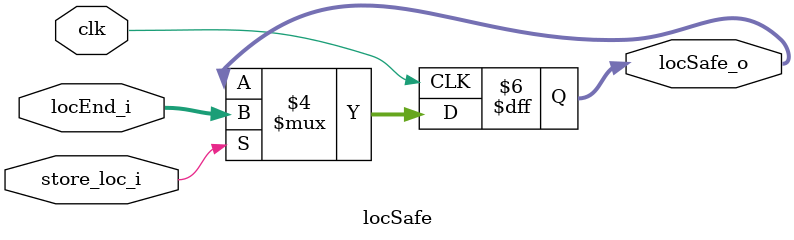
<source format=sv>

module locSafe(
	input wire clk,
	input wire [7:0] locEnd_i,
	input wire store_loc_i,
	output reg [7:0] locSafe_o
);

//reg [7:0] nlocSafe;

always_ff @(posedge clk)
begin
	if (store_loc_i == 1)
	begin
		locSafe_o <= locEnd_i;
	end
	else
	begin
		locSafe_o <= locSafe_o;
	end
end
endmodule

</source>
